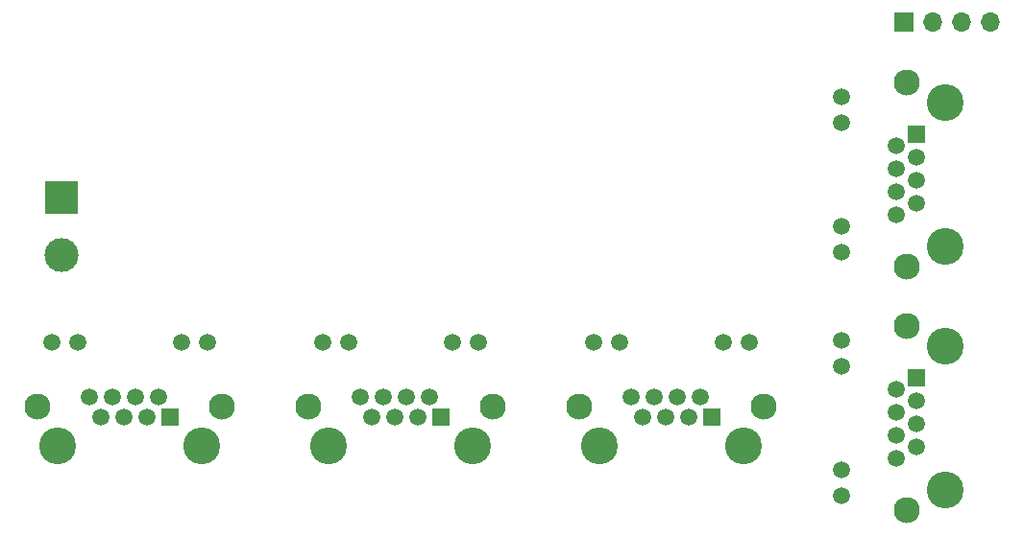
<source format=gbr>
%TF.GenerationSoftware,KiCad,Pcbnew,6.0.9+dfsg-1~bpo11+1*%
%TF.CreationDate,2022-12-31T19:32:48-06:00*%
%TF.ProjectId,Modular,4d6f6475-6c61-4722-9e6b-696361645f70,rev?*%
%TF.SameCoordinates,Original*%
%TF.FileFunction,Soldermask,Bot*%
%TF.FilePolarity,Negative*%
%FSLAX46Y46*%
G04 Gerber Fmt 4.6, Leading zero omitted, Abs format (unit mm)*
G04 Created by KiCad (PCBNEW 6.0.9+dfsg-1~bpo11+1) date 2022-12-31 19:32:48*
%MOMM*%
%LPD*%
G01*
G04 APERTURE LIST*
%ADD10C,3.250000*%
%ADD11R,1.500000X1.500000*%
%ADD12C,1.500000*%
%ADD13C,2.300000*%
%ADD14R,3.000000X3.000000*%
%ADD15C,3.000000*%
%ADD16R,1.700000X1.700000*%
%ADD17O,1.700000X1.700000*%
G04 APERTURE END LIST*
D10*
%TO.C,J6*%
X133400000Y-147415000D03*
X146100000Y-147415000D03*
D11*
X143310000Y-144875000D03*
D12*
X142294000Y-143095000D03*
X141278000Y-144875000D03*
X140262000Y-143095000D03*
X139246000Y-144875000D03*
X138230000Y-143095000D03*
X137214000Y-144875000D03*
X136198000Y-143095000D03*
X146610000Y-138275000D03*
X144320000Y-138275000D03*
X135180000Y-138275000D03*
X132890000Y-138275000D03*
D13*
X147880000Y-143985000D03*
X131620000Y-143985000D03*
%TD*%
D10*
%TO.C,J7*%
X163915000Y-138650000D03*
X163915000Y-151350000D03*
D11*
X161375000Y-141440000D03*
D12*
X159595000Y-142456000D03*
X161375000Y-143472000D03*
X159595000Y-144488000D03*
X161375000Y-145504000D03*
X159595000Y-146520000D03*
X161375000Y-147536000D03*
X159595000Y-148552000D03*
X154775000Y-138140000D03*
X154775000Y-140430000D03*
X154775000Y-149570000D03*
X154775000Y-151860000D03*
D13*
X160485000Y-153130000D03*
X160485000Y-136870000D03*
%TD*%
D14*
%TO.C,J3*%
X86000000Y-125500000D03*
D15*
X86000000Y-130580000D03*
%TD*%
D10*
%TO.C,J5*%
X122225000Y-147415000D03*
X109525000Y-147415000D03*
D11*
X119435000Y-144875000D03*
D12*
X118419000Y-143095000D03*
X117403000Y-144875000D03*
X116387000Y-143095000D03*
X115371000Y-144875000D03*
X114355000Y-143095000D03*
X113339000Y-144875000D03*
X112323000Y-143095000D03*
X122735000Y-138275000D03*
X120445000Y-138275000D03*
X111305000Y-138275000D03*
X109015000Y-138275000D03*
D13*
X107745000Y-143985000D03*
X124005000Y-143985000D03*
%TD*%
D10*
%TO.C,J8*%
X85650000Y-147415000D03*
X98350000Y-147415000D03*
D11*
X95560000Y-144875000D03*
D12*
X94544000Y-143095000D03*
X93528000Y-144875000D03*
X92512000Y-143095000D03*
X91496000Y-144875000D03*
X90480000Y-143095000D03*
X89464000Y-144875000D03*
X88448000Y-143095000D03*
X98860000Y-138275000D03*
X96570000Y-138275000D03*
X87430000Y-138275000D03*
X85140000Y-138275000D03*
D13*
X100130000Y-143985000D03*
X83870000Y-143985000D03*
%TD*%
D16*
%TO.C,J2*%
X160250000Y-110000000D03*
D17*
X162790000Y-110000000D03*
X165330000Y-110000000D03*
X167870000Y-110000000D03*
%TD*%
D10*
%TO.C,J4*%
X163915000Y-129850000D03*
X163915000Y-117150000D03*
D11*
X161375000Y-119940000D03*
D12*
X159595000Y-120956000D03*
X161375000Y-121972000D03*
X159595000Y-122988000D03*
X161375000Y-124004000D03*
X159595000Y-125020000D03*
X161375000Y-126036000D03*
X159595000Y-127052000D03*
X154775000Y-116640000D03*
X154775000Y-118930000D03*
X154775000Y-128070000D03*
X154775000Y-130360000D03*
D13*
X160485000Y-115370000D03*
X160485000Y-131630000D03*
%TD*%
M02*

</source>
